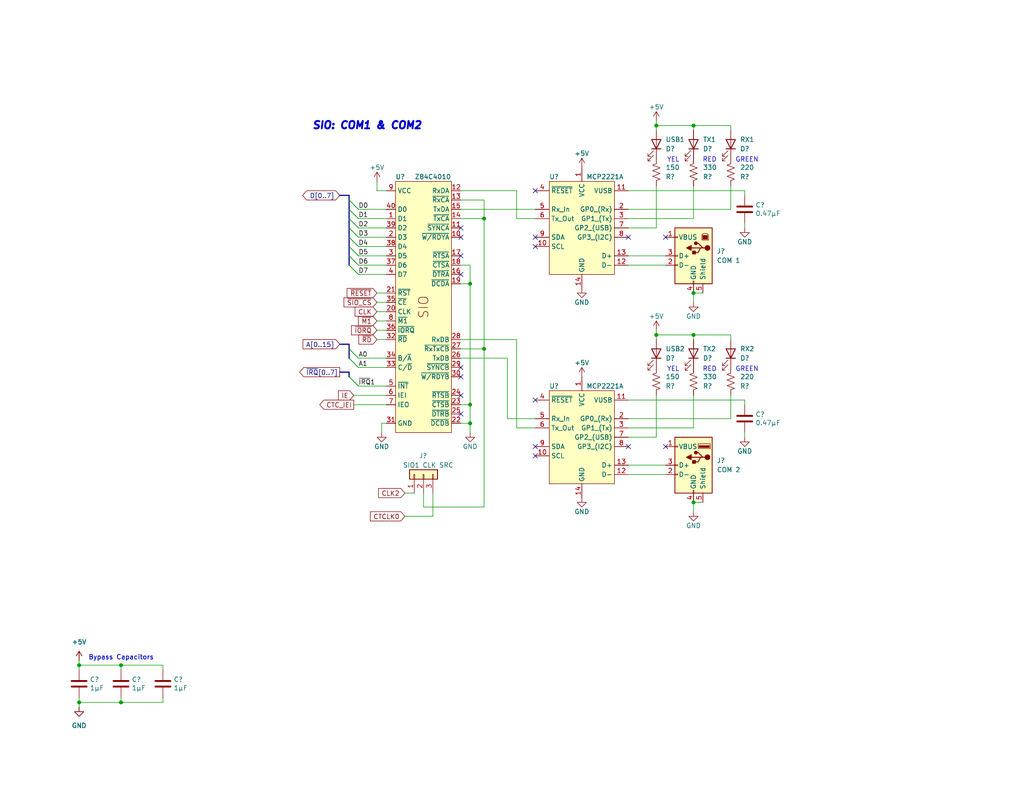
<source format=kicad_sch>
(kicad_sch (version 20230121) (generator eeschema)
  (paper "USLetter")
  (title_block (title "Main board with basic peripherals") (date "2023-08-27") (rev "2") (company "Frédéric Segard") (comment 1 "@microhobbyist") (comment 4 "Thank you to John Winans for his inspiration, as well as Grant Searle and Sergey Kiselev"))
  (lib_symbols
    (symbol "+5V_1" (power) (pin_names (offset 0))
      (property "Value" "+5V_1" (at 0 3.556 0))
      (symbol "+5V_1_0_1"
        (polyline (pts (xy -0.762 1.27) (xy 0 2.54)))
        (polyline (pts (xy 0 0) (xy 0 2.54)))
        (polyline (pts (xy 0 2.54) (xy 0.762 1.27)))
      )
      (symbol "+5V_1_1_1"
        (pin power_in line (at 0 0 90) (length 0) hide (name "+5V") (number "1"))
      )
    )
    (symbol "0_Library:MCP2221A"
      (property "Reference" "U" (at -10.16 1.27 0))
      (property "Value" "MCP2221A" (at 1.27 1.27 0))
      (symbol "MCP2221A_0_1"
        (rectangle (start -8.89 0) (end 8.89 -25.4) (stroke (width 0.1524)) (fill (type background)))
      )
      (symbol "MCP2221A_1_1"
        (pin power_in line (at 0 3.81 270) (length 3.81) (name "VCC") (number "1"))
        (pin bidirectional line (at -12.7 -17.78 0) (length 3.81) (name "SCL") (number "10"))
        (pin power_out line (at 12.7 -2.54 180) (length 3.81) (name "VUSB") (number "11"))
        (pin bidirectional line (at 12.7 -22.86 180) (length 3.81) (name "D-") (number "12"))
        (pin bidirectional line (at 12.7 -20.32 180) (length 3.81) (name "D+") (number "13"))
        (pin power_in line (at 0 -29.21 90) (length 3.81) (name "GND") (number "14"))
        (pin bidirectional line (at 12.7 -7.62 180) (length 3.81) (name "GP0_(Rx)") (number "2"))
        (pin bidirectional line (at 12.7 -10.16 180) (length 3.81) (name "GP1_(Tx)") (number "3"))
        (pin input line (at -12.7 -2.54 0) (length 3.81) (name "~{RESET}") (number "4"))
        (pin input line (at -12.7 -7.62 0) (length 3.81) (name "Rx_In") (number "5"))
        (pin output line (at -12.7 -10.16 0) (length 3.81) (name "Tx_Out") (number "6"))
        (pin bidirectional line (at 12.7 -12.7 180) (length 3.81) (name "GP2_(USB)") (number "7"))
        (pin bidirectional line (at 12.7 -15.24 180) (length 3.81) (name "GP3_(I2C)") (number "8"))
        (pin bidirectional line (at -12.7 -15.24 0) (length 3.81) (name "SDA") (number "9"))
      )
    )
    (symbol "0_Library:Z84C40xx SIO"
      (property "Reference" "U" (at -7.62 1.27 0))
      (property "Value" "Z84C40xx SIO" (at 1.27 1.27 0))
      (symbol "Z84C40xx SIO_0_0"
        (text "SIO" (at 0 -34.29 900) (effects (font (size 2.54 2.54))))
      )
      (symbol "Z84C40xx SIO_0_1"
        (rectangle (start -7.62 0) (end 7.62 -68.58) (stroke (width 0.1524)) (fill (type background)))
      )
      (symbol "Z84C40xx SIO_1_1"
        (pin bidirectional line (at -10.16 -10.16 0) (length 2.54) (name "D1") (number "1"))
        (pin output line (at 10.16 -15.24 180) (length 2.54) (name "~{W/RDYA}") (number "10"))
        (pin bidirectional line (at 10.16 -12.7 180) (length 2.54) (name "~{SYNCA}") (number "11"))
        (pin input line (at 10.16 -2.54 180) (length 2.54) (name "RxDA") (number "12"))
        (pin input line (at 10.16 -5.08 180) (length 2.54) (name "~{RxCA}") (number "13"))
        (pin input line (at 10.16 -10.16 180) (length 2.54) (name "~{TxCA}") (number "14"))
        (pin output line (at 10.16 -7.62 180) (length 2.54) (name "TxDA") (number "15"))
        (pin output line (at 10.16 -25.4 180) (length 2.54) (name "~{DTRA}") (number "16"))
        (pin output line (at 10.16 -20.32 180) (length 2.54) (name "~{RTSA}") (number "17"))
        (pin input line (at 10.16 -22.86 180) (length 2.54) (name "~{CTSA}") (number "18"))
        (pin input line (at 10.16 -27.94 180) (length 2.54) (name "~{DCDA}") (number "19"))
        (pin bidirectional line (at -10.16 -15.24 0) (length 2.54) (name "D3") (number "2"))
        (pin input line (at -10.16 -35.56 0) (length 2.54) (name "CLK") (number "20"))
        (pin input line (at -10.16 -30.48 0) (length 2.54) (name "~{RST}") (number "21"))
        (pin input line (at 10.16 -66.04 180) (length 2.54) (name "~{DCDB}") (number "22"))
        (pin input line (at 10.16 -60.96 180) (length 2.54) (name "~{CTSB}") (number "23"))
        (pin output line (at 10.16 -58.42 180) (length 2.54) (name "~{RTSB}") (number "24"))
        (pin output line (at 10.16 -63.5 180) (length 2.54) (name "~{DTRB}") (number "25"))
        (pin output line (at 10.16 -48.26 180) (length 2.54) (name "TxDB") (number "26"))
        (pin input line (at 10.16 -45.72 180) (length 2.54) (name "~{RxTxCB}") (number "27"))
        (pin input line (at 10.16 -43.18 180) (length 2.54) (name "RxDB") (number "28"))
        (pin bidirectional line (at 10.16 -50.8 180) (length 2.54) (name "~{SYNCB}") (number "29"))
        (pin bidirectional line (at -10.16 -20.32 0) (length 2.54) (name "D5") (number "3"))
        (pin output line (at 10.16 -53.34 180) (length 2.54) (name "~{W/RDYB}") (number "30"))
        (pin power_in line (at -10.16 -66.04 0) (length 2.54) (name "GND") (number "31"))
        (pin input line (at -10.16 -43.18 0) (length 2.54) (name "~{RD}") (number "32"))
        (pin input line (at -10.16 -50.8 0) (length 2.54) (name "C/~{D}") (number "33"))
        (pin input line (at -10.16 -48.26 0) (length 2.54) (name "B/~{A}") (number "34"))
        (pin input line (at -10.16 -33.02 0) (length 2.54) (name "~{CE}") (number "35"))
        (pin input line (at -10.16 -40.64 0) (length 2.54) (name "~{IORQ}") (number "36"))
        (pin bidirectional line (at -10.16 -22.86 0) (length 2.54) (name "D6") (number "37"))
        (pin bidirectional line (at -10.16 -17.78 0) (length 2.54) (name "D4") (number "38"))
        (pin bidirectional line (at -10.16 -12.7 0) (length 2.54) (name "D2") (number "39"))
        (pin bidirectional line (at -10.16 -25.4 0) (length 2.54) (name "D7") (number "4"))
        (pin bidirectional line (at -10.16 -7.62 0) (length 2.54) (name "D0") (number "40"))
        (pin open_collector line (at -10.16 -55.88 0) (length 2.54) (name "~{INT}") (number "5"))
        (pin input line (at -10.16 -58.42 0) (length 2.54) (name "IEI") (number "6"))
        (pin output line (at -10.16 -60.96 0) (length 2.54) (name "IEO") (number "7"))
        (pin input line (at -10.16 -38.1 0) (length 2.54) (name "~{M1}") (number "8"))
        (pin power_in line (at -10.16 -2.54 0) (length 2.54) (name "VCC") (number "9"))
      )
    )
    (symbol "Connector:USB_A" (pin_names (offset 1.016))
      (property "Reference" "J" (at -5.08 11.43 0))
      (property "Value" "USB_A" (at -5.08 8.89 0))
      (symbol "USB_A_0_1"
        (rectangle (start -5.08 -7.62) (end 5.08 7.62) (stroke (width 0.254)) (fill (type background)))
        (circle (center -3.81 2.159) (radius 0.635) (stroke (width 0.254)) (fill (type outline)))
        (rectangle (start -1.524 4.826) (end -4.318 5.334) (fill (type outline)))
        (rectangle (start -1.27 4.572) (end -4.572 5.842))
        (circle (center -0.635 3.429) (radius 0.381) (stroke (width 0.254)) (fill (type outline)))
        (rectangle (start -0.127 -7.62) (end 0.127 -6.858))
        (polyline (pts (xy -3.175 2.159) (xy -2.54 2.159) (xy -1.27 3.429) (xy -0.635 3.429)) (stroke (width 0.254)))
        (polyline (pts (xy -2.54 2.159) (xy -1.905 2.159) (xy -1.27 0.889) (xy 0 0.889)) (stroke (width 0.254)))
        (polyline (pts (xy 0.635 2.794) (xy 0.635 1.524) (xy 1.905 2.159) (xy 0.635 2.794)) (stroke (width 0.254)) (fill (type outline)))
        (rectangle (start 0.254 1.27) (end -0.508 0.508) (stroke (width 0.254)) (fill (type outline)))
        (rectangle (start 5.08 -2.667) (end 4.318 -2.413))
        (rectangle (start 5.08 -0.127) (end 4.318 0.127))
        (rectangle (start 5.08 4.953) (end 4.318 5.207))
      )
      (symbol "USB_A_1_1"
        (polyline (pts (xy -1.905 2.159) (xy 0.635 2.159)) (stroke (width 0.254)))
        (pin power_in line (at 7.62 5.08 180) (length 2.54) (name "VBUS") (number "1"))
        (pin bidirectional line (at 7.62 -2.54 180) (length 2.54) (name "D-") (number "2"))
        (pin bidirectional line (at 7.62 0 180) (length 2.54) (name "D+") (number "3"))
        (pin power_in line (at 0 -10.16 90) (length 2.54) (name "GND") (number "4"))
        (pin passive line (at -2.54 -10.16 90) (length 2.54) (name "Shield") (number "5"))
      )
    )
    (symbol "Connector:USB_B" (pin_names (offset 1.016))
      (property "Reference" "J" (at -5.08 11.43 0))
      (property "Value" "USB_B" (at -5.08 8.89 0))
      (symbol "USB_B_0_1"
        (rectangle (start -5.08 -7.62) (end 5.08 7.62) (stroke (width 0.254)) (fill (type background)))
        (circle (center -3.81 2.159) (radius 0.635) (stroke (width 0.254)) (fill (type outline)))
        (rectangle (start -3.81 5.588) (end -2.54 4.572) (fill (type outline)))
        (circle (center -0.635 3.429) (radius 0.381) (stroke (width 0.254)) (fill (type outline)))
        (rectangle (start -0.127 -7.62) (end 0.127 -6.858))
        (polyline (pts (xy -1.905 2.159) (xy 0.635 2.159)) (stroke (width 0.254)))
        (polyline (pts (xy -3.175 2.159) (xy -2.54 2.159) (xy -1.27 3.429) (xy -0.635 3.429)) (stroke (width 0.254)))
        (polyline (pts (xy -2.54 2.159) (xy -1.905 2.159) (xy -1.27 0.889) (xy 0 0.889)) (stroke (width 0.254)))
        (polyline (pts (xy 0.635 2.794) (xy 0.635 1.524) (xy 1.905 2.159) (xy 0.635 2.794)) (stroke (width 0.254)) (fill (type outline)))
        (polyline (pts (xy -4.064 4.318) (xy -2.286 4.318) (xy -2.286 5.715) (xy -2.667 6.096) (xy -3.683 6.096) (xy -4.064 5.715) (xy -4.064 4.318)))
        (rectangle (start 0.254 1.27) (end -0.508 0.508) (stroke (width 0.254)) (fill (type outline)))
        (rectangle (start 5.08 -2.667) (end 4.318 -2.413))
        (rectangle (start 5.08 -0.127) (end 4.318 0.127))
        (rectangle (start 5.08 4.953) (end 4.318 5.207))
      )
      (symbol "USB_B_1_1"
        (pin power_out line (at 7.62 5.08 180) (length 2.54) (name "VBUS") (number "1"))
        (pin bidirectional line (at 7.62 -2.54 180) (length 2.54) (name "D-") (number "2"))
        (pin bidirectional line (at 7.62 0 180) (length 2.54) (name "D+") (number "3"))
        (pin power_out line (at 0 -10.16 90) (length 2.54) (name "GND") (number "4"))
        (pin passive line (at -2.54 -10.16 90) (length 2.54) (name "Shield") (number "5"))
      )
    )
    (symbol "Connector_Generic:Conn_01x03" (pin_names (offset 1.016) hide)
      (property "Reference" "J" (at 0 5.08 0))
      (property "Value" "Conn_01x03" (at 0 -5.08 0))
      (symbol "Conn_01x03_1_1"
        (rectangle (start -1.27 -2.413) (end 0 -2.667) (stroke (width 0.1524)))
        (rectangle (start -1.27 0.127) (end 0 -0.127) (stroke (width 0.1524)))
        (rectangle (start -1.27 2.667) (end 0 2.413) (stroke (width 0.1524)))
        (rectangle (start -1.27 3.81) (end 1.27 -3.81) (stroke (width 0.254)) (fill (type background)))
        (pin passive line (at -5.08 2.54 0) (length 3.81) (name "Pin_1") (number "1"))
        (pin passive line (at -5.08 0 0) (length 3.81) (name "Pin_2") (number "2"))
        (pin passive line (at -5.08 -2.54 0) (length 3.81) (name "Pin_3") (number "3"))
      )
    )
    (symbol "Device:C" (pin_numbers hide) (pin_names (offset 0.254))
      (property "Reference" "C" (at 0.635 2.54 0))
      (property "Value" "C" (at 0.635 -2.54 0))
      (symbol "C_0_1"
        (polyline (pts (xy -2.032 -0.762) (xy 2.032 -0.762)) (stroke (width 0.508)))
        (polyline (pts (xy -2.032 0.762) (xy 2.032 0.762)) (stroke (width 0.508)))
      )
      (symbol "C_1_1"
        (pin passive line (at 0 3.81 270) (length 2.794) (name "~") (number "1"))
        (pin passive line (at 0 -3.81 90) (length 2.794) (name "~") (number "2"))
      )
    )
    (symbol "Device:LED" (pin_numbers hide) (pin_names (offset 1.016) hide)
      (property "Reference" "D" (at 0 2.54 0))
      (property "Value" "LED" (at 0 -2.54 0))
      (symbol "LED_0_1"
        (polyline (pts (xy -1.27 -1.27) (xy -1.27 1.27)) (stroke (width 0.254)))
        (polyline (pts (xy -1.27 0) (xy 1.27 0)))
        (polyline (pts (xy 1.27 -1.27) (xy 1.27 1.27) (xy -1.27 0) (xy 1.27 -1.27)) (stroke (width 0.254)))
        (polyline (pts (xy -3.048 -0.762) (xy -4.572 -2.286) (xy -3.81 -2.286) (xy -4.572 -2.286) (xy -4.572 -1.524)))
        (polyline (pts (xy -1.778 -0.762) (xy -3.302 -2.286) (xy -2.54 -2.286) (xy -3.302 -2.286) (xy -3.302 -1.524)))
      )
      (symbol "LED_1_1"
        (pin passive line (at -3.81 0 0) (length 2.54) (name "K") (number "1"))
        (pin passive line (at 3.81 0 180) (length 2.54) (name "A") (number "2"))
      )
    )
    (symbol "Device:R_US" (pin_numbers hide) (pin_names (offset 0))
      (property "Reference" "R" (at 2.54 0 90))
      (property "Value" "R_US" (at -2.54 0 90))
      (symbol "R_US_0_1"
        (polyline (pts (xy 0 -2.286) (xy 0 -2.54)))
        (polyline (pts (xy 0 2.286) (xy 0 2.54)))
        (polyline (pts (xy 0 -0.762) (xy 1.016 -1.143) (xy 0 -1.524) (xy -1.016 -1.905) (xy 0 -2.286)))
        (polyline (pts (xy 0 0.762) (xy 1.016 0.381) (xy 0 0) (xy -1.016 -0.381) (xy 0 -0.762)))
        (polyline (pts (xy 0 2.286) (xy 1.016 1.905) (xy 0 1.524) (xy -1.016 1.143) (xy 0 0.762)))
      )
      (symbol "R_US_1_1"
        (pin passive line (at 0 3.81 270) (length 1.27) (name "~") (number "1"))
        (pin passive line (at 0 -3.81 90) (length 1.27) (name "~") (number "2"))
      )
    )
    (symbol "GND_1" (power) (pin_names (offset 0))
      (property "Value" "GND_1" (at 0 -3.81 0))
      (symbol "GND_1_0_1"
        (polyline (pts (xy 0 0) (xy 0 -1.27) (xy 1.27 -1.27) (xy 0 -2.54) (xy -1.27 -1.27) (xy 0 -1.27)))
      )
      (symbol "GND_1_1_1"
        (pin power_in line (at 0 0 270) (length 0) hide (name "GND") (number "1"))
      )
    )
  )
  (junction (at 179.07 34.29))
  (junction (at 128.27 110.49))
  (junction (at 21.59 191.77))
  (junction (at 189.23 137.16))
  (junction (at 21.59 181.61))
  (junction (at 189.23 91.44))
  (junction (at 189.23 80.01))
  (junction (at 179.07 91.44))
  (junction (at 132.08 59.69))
  (junction (at 189.23 34.29))
  (junction (at 132.08 95.25))
  (junction (at 128.27 77.47))
  (junction (at 33.02 191.77))
  (junction (at 128.27 115.57))
  (junction (at 33.02 181.61))
  (no_connect (at 146.05 64.77))
  (no_connect (at 125.73 74.93))
  (no_connect (at 146.05 121.92))
  (no_connect (at 125.73 107.95))
  (no_connect (at 125.73 62.23))
  (no_connect (at 125.73 113.03))
  (no_connect (at 125.73 69.85))
  (no_connect (at 171.45 121.92))
  (no_connect (at 125.73 102.87))
  (no_connect (at 125.73 100.33))
  (no_connect (at 171.45 64.77))
  (no_connect (at 146.05 124.46))
  (no_connect (at 146.05 67.31))
  (no_connect (at 181.61 121.92))
  (no_connect (at 146.05 109.22))
  (no_connect (at 181.61 64.77))
  (no_connect (at 125.73 64.77))
  (no_connect (at 146.05 52.07))
  (bus_entry (at 95.25 72.39) (size 2.54 2.54))
  (bus_entry (at 95.25 72.39) (size 2.54 2.54))
  (bus_entry (at 95.25 64.77) (size 2.54 2.54))
  (bus_entry (at 95.25 64.77) (size 2.54 2.54))
  (bus_entry (at 95.25 59.69) (size 2.54 2.54))
  (bus_entry (at 95.25 59.69) (size 2.54 2.54))
  (bus_entry (at 95.25 62.23) (size 2.54 2.54))
  (bus_entry (at 95.25 62.23) (size 2.54 2.54))
  (bus_entry (at 95.25 54.61) (size 2.54 2.54))
  (bus_entry (at 95.25 54.61) (size 2.54 2.54))
  (bus_entry (at 95.25 69.85) (size 2.54 2.54))
  (bus_entry (at 95.25 69.85) (size 2.54 2.54))
  (bus_entry (at 95.25 102.87) (size 2.54 2.54))
  (bus_entry (at 95.25 102.87) (size 2.54 2.54))
  (bus_entry (at 95.25 95.25) (size 2.54 2.54))
  (bus_entry (at 95.25 95.25) (size 2.54 2.54))
  (bus_entry (at 95.25 97.79) (size 2.54 2.54))
  (bus_entry (at 95.25 97.79) (size 2.54 2.54))
  (bus_entry (at 95.25 57.15) (size 2.54 2.54))
  (bus_entry (at 95.25 57.15) (size 2.54 2.54))
  (bus_entry (at 95.25 67.31) (size 2.54 2.54))
  (bus_entry (at 95.25 67.31) (size 2.54 2.54))
  (wire (pts (xy 203.2 53.34) (xy 203.2 52.07)))
  (wire (pts (xy 199.39 92.71) (xy 199.39 91.44)))
  (wire (pts (xy 203.2 110.49) (xy 203.2 109.22)))
  (wire (pts (xy 97.79 100.33) (xy 105.41 100.33)))
  (wire (pts (xy 102.87 82.55) (xy 105.41 82.55)))
  (wire (pts (xy 115.57 138.43) (xy 132.08 138.43)))
  (wire (pts (xy 96.52 110.49) (xy 105.41 110.49)))
  (wire (pts (xy 171.45 119.38) (xy 179.07 119.38)))
  (wire (pts (xy 128.27 72.39) (xy 128.27 77.47)))
  (wire (pts (xy 132.08 54.61) (xy 132.08 59.69)))
  (wire (pts (xy 125.73 72.39) (xy 128.27 72.39)))
  (wire (pts (xy 97.79 67.31) (xy 105.41 67.31)))
  (wire (pts (xy 199.39 57.15) (xy 171.45 57.15)))
  (wire (pts (xy 21.59 181.61) (xy 21.59 182.88)))
  (wire (pts (xy 199.39 91.44) (xy 189.23 91.44)))
  (wire (pts (xy 146.05 116.84) (xy 140.97 116.84)))
  (wire (pts (xy 189.23 80.01) (xy 189.23 82.55)))
  (wire (pts (xy 44.45 182.88) (xy 44.45 181.61)))
  (wire (pts (xy 110.49 140.97) (xy 118.11 140.97)))
  (wire (pts (xy 33.02 190.5) (xy 33.02 191.77)))
  (wire (pts (xy 125.73 110.49) (xy 128.27 110.49)))
  (wire (pts (xy 132.08 138.43) (xy 132.08 95.25)))
  (wire (pts (xy 199.39 114.3) (xy 171.45 114.3)))
  (wire (pts (xy 104.14 115.57) (xy 104.14 118.11)))
  (wire (pts (xy 203.2 109.22) (xy 171.45 109.22)))
  (wire (pts (xy 199.39 35.56) (xy 199.39 34.29)))
  (wire (pts (xy 44.45 190.5) (xy 44.45 191.77)))
  (wire (pts (xy 189.23 91.44) (xy 179.07 91.44)))
  (bus (pts (xy 95.25 102.87) (xy 95.25 101.6)))
  (wire (pts (xy 97.79 105.41) (xy 105.41 105.41)))
  (wire (pts (xy 97.79 59.69) (xy 105.41 59.69)))
  (bus (pts (xy 95.25 97.79) (xy 95.25 95.25)))
  (wire (pts (xy 203.2 62.23) (xy 203.2 60.96)))
  (wire (pts (xy 128.27 115.57) (xy 128.27 118.11)))
  (bus (pts (xy 92.71 93.98) (xy 95.25 93.98)))
  (wire (pts (xy 179.07 107.95) (xy 179.07 119.38)))
  (wire (pts (xy 203.2 52.07) (xy 171.45 52.07)))
  (wire (pts (xy 189.23 34.29) (xy 179.07 34.29)))
  (bus (pts (xy 95.25 69.85) (xy 95.25 67.31)))
  (wire (pts (xy 125.73 115.57) (xy 128.27 115.57)))
  (wire (pts (xy 132.08 95.25) (xy 132.08 59.69)))
  (wire (pts (xy 97.79 74.93) (xy 105.41 74.93)))
  (wire (pts (xy 102.87 92.71) (xy 105.41 92.71)))
  (bus (pts (xy 92.71 101.6) (xy 95.25 101.6)))
  (wire (pts (xy 97.79 62.23) (xy 105.41 62.23)))
  (wire (pts (xy 179.07 91.44) (xy 179.07 90.17)))
  (bus (pts (xy 95.25 64.77) (xy 95.25 62.23)))
  (wire (pts (xy 125.73 57.15) (xy 146.05 57.15)))
  (wire (pts (xy 189.23 116.84) (xy 171.45 116.84)))
  (wire (pts (xy 97.79 64.77) (xy 105.41 64.77)))
  (wire (pts (xy 110.49 134.62) (xy 113.03 134.62)))
  (wire (pts (xy 189.23 80.01) (xy 191.77 80.01)))
  (bus (pts (xy 95.25 62.23) (xy 95.25 59.69)))
  (wire (pts (xy 44.45 181.61) (xy 33.02 181.61)))
  (wire (pts (xy 125.73 77.47) (xy 128.27 77.47)))
  (wire (pts (xy 171.45 129.54) (xy 181.61 129.54)))
  (wire (pts (xy 33.02 181.61) (xy 21.59 181.61)))
  (bus (pts (xy 95.25 54.61) (xy 95.25 53.34)))
  (wire (pts (xy 189.23 137.16) (xy 191.77 137.16)))
  (wire (pts (xy 125.73 95.25) (xy 132.08 95.25)))
  (wire (pts (xy 189.23 59.69) (xy 171.45 59.69)))
  (wire (pts (xy 171.45 69.85) (xy 181.61 69.85)))
  (wire (pts (xy 125.73 54.61) (xy 132.08 54.61)))
  (wire (pts (xy 33.02 182.88) (xy 33.02 181.61)))
  (wire (pts (xy 171.45 72.39) (xy 181.61 72.39)))
  (wire (pts (xy 171.45 127) (xy 181.61 127)))
  (bus (pts (xy 92.71 53.34) (xy 95.25 53.34)))
  (wire (pts (xy 97.79 57.15) (xy 105.41 57.15)))
  (wire (pts (xy 21.59 191.77) (xy 33.02 191.77)))
  (wire (pts (xy 199.39 34.29) (xy 189.23 34.29)))
  (wire (pts (xy 125.73 59.69) (xy 132.08 59.69)))
  (bus (pts (xy 95.25 72.39) (xy 95.25 69.85)))
  (wire (pts (xy 97.79 69.85) (xy 105.41 69.85)))
  (wire (pts (xy 179.07 50.8) (xy 179.07 62.23)))
  (wire (pts (xy 102.87 87.63) (xy 105.41 87.63)))
  (wire (pts (xy 21.59 190.5) (xy 21.59 191.77)))
  (bus (pts (xy 95.25 59.69) (xy 95.25 57.15)))
  (wire (pts (xy 102.87 90.17) (xy 105.41 90.17)))
  (wire (pts (xy 189.23 107.95) (xy 189.23 116.84)))
  (wire (pts (xy 189.23 50.8) (xy 189.23 59.69)))
  (wire (pts (xy 125.73 52.07) (xy 140.97 52.07)))
  (wire (pts (xy 102.87 85.09) (xy 105.41 85.09)))
  (wire (pts (xy 115.57 138.43) (xy 115.57 134.62)))
  (wire (pts (xy 171.45 62.23) (xy 179.07 62.23)))
  (wire (pts (xy 118.11 140.97) (xy 118.11 134.62)))
  (wire (pts (xy 138.43 97.79) (xy 125.73 97.79)))
  (wire (pts (xy 105.41 115.57) (xy 104.14 115.57)))
  (wire (pts (xy 102.87 49.53) (xy 102.87 52.07)))
  (wire (pts (xy 21.59 180.34) (xy 21.59 181.61)))
  (wire (pts (xy 96.52 107.95) (xy 105.41 107.95)))
  (bus (pts (xy 95.25 95.25) (xy 95.25 93.98)))
  (bus (pts (xy 95.25 67.31) (xy 95.25 64.77)))
  (wire (pts (xy 199.39 50.8) (xy 199.39 57.15)))
  (bus (pts (xy 95.25 57.15) (xy 95.25 54.61)))
  (wire (pts (xy 140.97 52.07) (xy 140.97 59.69)))
  (wire (pts (xy 138.43 114.3) (xy 146.05 114.3)))
  (wire (pts (xy 97.79 72.39) (xy 105.41 72.39)))
  (wire (pts (xy 125.73 92.71) (xy 140.97 92.71)))
  (wire (pts (xy 199.39 107.95) (xy 199.39 114.3)))
  (wire (pts (xy 128.27 110.49) (xy 128.27 115.57)))
  (wire (pts (xy 179.07 92.71) (xy 179.07 91.44)))
  (wire (pts (xy 189.23 92.71) (xy 189.23 91.44)))
  (wire (pts (xy 105.41 52.07) (xy 102.87 52.07)))
  (wire (pts (xy 33.02 191.77) (xy 44.45 191.77)))
  (wire (pts (xy 179.07 34.29) (xy 179.07 33.02)))
  (wire (pts (xy 189.23 137.16) (xy 189.23 139.7)))
  (wire (pts (xy 140.97 92.71) (xy 140.97 116.84)))
  (wire (pts (xy 128.27 77.47) (xy 128.27 110.49)))
  (wire (pts (xy 179.07 35.56) (xy 179.07 34.29)))
  (wire (pts (xy 97.79 97.79) (xy 105.41 97.79)))
  (wire (pts (xy 189.23 35.56) (xy 189.23 34.29)))
  (wire (pts (xy 102.87 80.01) (xy 105.41 80.01)))
  (wire (pts (xy 21.59 191.77) (xy 21.59 193.04)))
  (wire (pts (xy 146.05 59.69) (xy 140.97 59.69)))
  (wire (pts (xy 138.43 114.3) (xy 138.43 97.79)))
  (wire (pts (xy 203.2 119.38) (xy 203.2 118.11)))
  (text "RED" (at 195.58 44.45 0) (effects (font (size 1.27 1.27)) (justify right bottom)))
  (text "RED" (at 195.58 101.6 0) (effects (font (size 1.27 1.27)) (justify right bottom)))
  (text "GREEN" (at 207.01 101.6 0) (effects (font (size 1.27 1.27)) (justify right bottom)))
  (text "YEL" (at 185.42 44.45 0) (effects (font (size 1.27 1.27)) (justify right bottom)))
  (text "SIO: COM1 & COM2" (at 85.09 35.56 0) (effects (font (size 2 2) (thickness 0.508) bold italic) (justify left bottom)))
  (text "GREEN" (at 207.01 44.45 0) (effects (font (size 1.27 1.27)) (justify right bottom)))
  (text "YEL" (at 185.42 101.6 0) (effects (font (size 1.27 1.27)) (justify right bottom)))
  (text "Bypass Capacitors" (at 24.13 180.34 0) (effects (font (size 1.27 1.27)) (justify left bottom)))
  (text "Bypass Capacitors" (at 24.13 180.34 0) (effects (font (size 1.27 1.27)) (justify left bottom)))
  (label "~{IRQ}1" (at 97.79 105.41 0))
  (label "D5" (at 97.79 69.85 0))
  (label "A1" (at 97.79 100.33 0))
  (label "D1" (at 97.79 59.69 0))
  (label "A0" (at 97.79 97.79 0))
  (label "D6" (at 97.79 72.39 0))
  (label "D0" (at 97.79 57.15 0))
  (label "D3" (at 97.79 64.77 0))
  (label "D4" (at 97.79 67.31 0))
  (label "D7" (at 97.79 74.93 0))
  (label "D2" (at 97.79 62.23 0))
  (global_label "D[0..7]" (shape bidirectional) (at 92.71 53.34 180) (property "Intersheetrefs" "${INTERSHEET_REFS}" (effects hide)))
  (global_label "~{M1}" (shape input) (at 102.87 87.63 180) (property "Intersheetrefs" "${INTERSHEET_REFS}" (effects hide)))
  (global_label "CTCLK0" (shape input) (at 110.49 140.97 180) (property "Intersheetrefs" "${INTERSHEET_REFS}" (effects hide)))
  (global_label "CLK" (shape input) (at 102.87 85.09 180) (property "Intersheetrefs" "${INTERSHEET_REFS}" (effects hide)))
  (global_label "CTC_IEI" (shape output) (at 96.52 110.49 180) (property "Intersheetrefs" "${INTERSHEET_REFS}" (effects hide)))
  (global_label "CLK2" (shape input) (at 110.49 134.62 180) (property "Intersheetrefs" "${INTERSHEET_REFS}" (effects hide)))
  (global_label "~{SIO_CS}" (shape input) (at 102.87 82.55 180) (property "Intersheetrefs" "${INTERSHEET_REFS}" (effects hide)))
  (global_label "~{IORQ}" (shape input) (at 102.87 90.17 180) (property "Intersheetrefs" "${INTERSHEET_REFS}" (effects hide)))
  (global_label "~{IRQ}[0..7]" (shape output) (at 92.71 101.6 180) (property "Intersheetrefs" "${INTERSHEET_REFS}" (effects hide)))
  (global_label "~{RD}" (shape input) (at 102.87 92.71 180) (property "Intersheetrefs" "${INTERSHEET_REFS}" (effects hide)))
  (global_label "IE" (shape input) (at 96.52 107.95 180) (property "Intersheetrefs" "${INTERSHEET_REFS}" (effects hide)))
  (global_label "~{RESET}" (shape input) (at 102.87 80.01 180) (property "Intersheetrefs" "${INTERSHEET_REFS}" (effects hide)))
  (global_label "A[0..15]" (shape input) (at 92.71 93.98 180) (property "Intersheetrefs" "${INTERSHEET_REFS}" (effects hide)))
  (symbol (lib_id "Device:C") (at 21.59 186.69 0) (unit 1)
    (property "Reference" "C?" (at 24.511 185.5216 0) (effects (justify left)))
    (property "Value" "1µF" (at 24.511 187.833 0) (effects (justify left)))
    (property "Footprint" "Capacitor_THT:C_Disc_D3.4mm_W2.1mm_P2.50mm" (effects hide))
    (instances (project "1 - Main CPU board with basic peripherals (rev5)" (path "" (reference "C?") (unit 1))) (project "2 - CPU and memory card with the essential peripherals" (path "" (reference "C?") (unit 1))) (project "3 - Quad Serial card v3" (path "" (reference "C?") (unit 1)) (path "" (reference "C?") (unit 1))) (project "2 - CPU and core components (Rev 2)" (path "" (reference "C15") (unit 1))))
  )
  (symbol (lib_id "Device:R_US") (at 199.39 46.99 0) (mirror x) (unit 1)
    (property "Reference" "R?" (at 201.93 48.26 0) (effects (justify left)))
    (property "Value" "220" (at 201.93 45.72 0) (effects (justify left)))
    (property "Footprint" "Resistor_THT:R_Axial_DIN0207_L6.3mm_D2.5mm_P10.16mm_Horizontal" (effects hide))
    (instances (project "1 - Main CPU board with basic peripherals (rev5)" (path "" (reference "R?") (unit 1))) (project "1 - Main CPU card with CTC, SIO and PIO" (path "" (reference "R?") (unit 1)) (path "" (reference "R?") (unit 1))) (project "0 - Card edge backplane v2" (path "" (reference "R?") (unit 1))) (project "2 - CPU and core components (Rev 2)" (path "" (reference "R5") (unit 1))))
  )
  (symbol (lib_name "GND_1") (lib_id "power:GND") (at 203.2 62.23 0) (unit 1)
    (property "Reference" "#PWR?" (effects hide))
    (property "Value" "GND" (at 203.2 66.04 0))
    (instances (project "1 - Main CPU board with basic peripherals (rev5)" (path "" (reference "#PWR?") (unit 1))) (project "2 - CPU and memory card with the essential peripherals" (path "" (reference "#PWR?") (unit 1))) (project "3 - Quad Serial card v3" (path "" (reference "#PWR?") (unit 1)) (path "" (reference "#PWR?") (unit 1)) (path "" (reference "#PWR?") (unit 1))) (project "2 - CPU and core components (Rev 2)" (path "" (reference "#PWR075") (unit 1))))
  )
  (symbol (lib_name "+5V_1") (lib_id "power:+5V") (at 21.59 180.34 0) (unit 1)
    (property "Reference" "#PWR?" (effects hide))
    (property "Value" "+5V" (at 21.59 175.26 0))
    (instances (project "1 - Main CPU board with basic peripherals (rev5)" (path "" (reference "#PWR?") (unit 1))) (project "2 - CPU and memory card with the essential peripherals" (path "" (reference "#PWR?") (unit 1))) (project "3 - Quad Serial card v3" (path "" (reference "#PWR?") (unit 1)) (path "" (reference "#PWR?") (unit 1))) (project "2 - CPU and core components (Rev 2)" (path "" (reference "#PWR060") (unit 1))))
  )
  (symbol (lib_id "0_Library:MCP2221A") (at 158.75 49.53 0) (unit 1)
    (property "Reference" "U?" (at 149.86 48.26 0) (effects (justify left)))
    (property "Value" "MCP2221A" (at 160.02 48.26 0) (effects (justify left)))
    (property "Footprint" "Package_DIP:DIP-14_W7.62mm_Socket" (effects hide))
    (property "Datasheet" "https://ww1.microchip.com/downloads/aemDocuments/documents/APID/ProductDocuments/DataSheets/MCP2221A-Data-Sheet-20005565E.pdf" (effects hide))
    (instances (project "1 - Main CPU board with basic peripherals (rev5)" (path "" (reference "U?") (unit 1))) (project "2 - CPU and core components (Rev 2)" (path "" (reference "U15") (unit 1))))
  )
  (symbol (lib_id "Device:LED") (at 179.07 96.52 270) (mirror x) (unit 1)
    (property "Reference" "D?" (at 181.61 97.79 90) (effects (justify left)))
    (property "Value" "USB2" (at 181.61 95.25 90) (effects (justify left)))
    (property "Footprint" "LED_THT:LED_D3.0mm_Horizontal_O1.27mm_Z2.0mm_Clear" (effects hide))
    (instances (project "1 - Main CPU board with basic peripherals (rev5)" (path "" (reference "D?") (unit 1))) (project "1 - Main CPU card with CTC, SIO and PIO" (path "" (reference "D?") (unit 1)) (path "" (reference "D?") (unit 1))) (project "0 - Card edge backplane v2" (path "" (reference "D?") (unit 1))) (project "2 - CPU and core components (Rev 2)" (path "" (reference "D4") (unit 1))))
  )
  (symbol (lib_id "Device:LED") (at 199.39 39.37 270) (mirror x) (unit 1)
    (property "Reference" "D?" (at 201.93 40.64 90) (effects (justify left)))
    (property "Value" "RX1" (at 201.93 38.1 90) (effects (justify left)))
    (property "Footprint" "LED_THT:LED_D3.0mm_Horizontal_O1.27mm_Z2.0mm_Clear" (effects hide))
    (instances (project "1 - Main CPU board with basic peripherals (rev5)" (path "" (reference "D?") (unit 1))) (project "1 - Main CPU card with CTC, SIO and PIO" (path "" (reference "D?") (unit 1)) (path "" (reference "D?") (unit 1))) (project "0 - Card edge backplane v2" (path "" (reference "D?") (unit 1))) (project "2 - CPU and core components (Rev 2)" (path "" (reference "D7") (unit 1))))
  )
  (symbol (lib_name "GND_1") (lib_id "power:GND") (at 189.23 82.55 0) (mirror y) (unit 1)
    (property "Reference" "#PWR?" (effects hide))
    (property "Value" "GND" (at 189.23 86.36 0))
    (instances (project "1 - Main CPU board with basic peripherals (rev5)" (path "" (reference "#PWR?") (unit 1))) (project "2 - CPU and memory card with the essential peripherals" (path "" (reference "#PWR?") (unit 1))) (project "3 - Quad Serial card v3" (path "" (reference "#PWR?") (unit 1)) (path "" (reference "#PWR?") (unit 1)) (path "" (reference "#PWR?") (unit 1))) (project "2 - CPU and core components (Rev 2)" (path "" (reference "#PWR073") (unit 1))))
  )
  (symbol (lib_id "0_Library:MCP2221A") (at 158.75 106.68 0) (unit 1)
    (property "Reference" "U?" (at 149.86 105.41 0) (effects (justify left)))
    (property "Value" "MCP2221A" (at 160.02 105.41 0) (effects (justify left)))
    (property "Footprint" "Package_DIP:DIP-14_W7.62mm_Socket" (effects hide))
    (property "Datasheet" "https://ww1.microchip.com/downloads/aemDocuments/documents/APID/ProductDocuments/DataSheets/MCP2221A-Data-Sheet-20005565E.pdf" (effects hide))
    (instances (project "1 - Main CPU board with basic peripherals (rev5)" (path "" (reference "U?") (unit 1))) (project "2 - CPU and core components (Rev 2)" (path "" (reference "U16") (unit 1))))
  )
  (symbol (lib_name "GND_1") (lib_id "power:GND") (at 158.75 78.74 0) (unit 1)
    (property "Reference" "#PWR?" (effects hide))
    (property "Value" "GND" (at 158.75 82.55 0))
    (instances (project "1 - Main CPU board with basic peripherals (rev5)" (path "" (reference "#PWR?") (unit 1))) (project "2 - CPU and memory card with the essential peripherals" (path "" (reference "#PWR?") (unit 1))) (project "3 - Quad Serial card v3" (path "" (reference "#PWR?") (unit 1)) (path "" (reference "#PWR?") (unit 1)) (path "" (reference "#PWR?") (unit 1))) (project "2 - CPU and core components (Rev 2)" (path "" (reference "#PWR068") (unit 1))))
  )
  (symbol (lib_id "Connector_Generic:Conn_01x03") (at 115.57 129.54 90) (unit 1)
    (property "Reference" "J?" (at 114.3 124.46 90) (effects (justify right)))
    (property "Value" "SIO1 CLK SRC" (at 116.84 127 90))
    (property "Footprint" "Connector_PinHeader_2.54mm:PinHeader_1x03_P2.54mm_Vertical" (effects hide))
    (instances (project "1 - Main CPU board with basic peripherals (rev5)" (path "" (reference "J?") (unit 1))) (project "2 - CPU and core components (Rev 2)" (path "" (reference "J3") (unit 1))))
  )
  (symbol (lib_id "Device:LED") (at 179.07 39.37 270) (mirror x) (unit 1)
    (property "Reference" "D?" (at 181.61 40.64 90) (effects (justify left)))
    (property "Value" "USB1" (at 181.61 38.1 90) (effects (justify left)))
    (property "Footprint" "LED_THT:LED_D3.0mm_Horizontal_O1.27mm_Z2.0mm_Clear" (effects hide))
    (instances (project "1 - Main CPU board with basic peripherals (rev5)" (path "" (reference "D?") (unit 1))) (project "1 - Main CPU card with CTC, SIO and PIO" (path "" (reference "D?") (unit 1)) (path "" (reference "D?") (unit 1))) (project "0 - Card edge backplane v2" (path "" (reference "D?") (unit 1))) (project "2 - CPU and core components (Rev 2)" (path "" (reference "D3") (unit 1))))
  )
  (symbol (lib_id "Connector:USB_B") (at 189.23 69.85 0) (mirror y) (unit 1)
    (property "Reference" "J?" (at 195.58 68.58 0) (effects (justify right)))
    (property "Value" "COM 1" (at 195.58 71.12 0) (effects (justify right)))
    (property "Footprint" "Connector_USB:USB_B_Lumberg_2411_02_Horizontal" (effects hide))
    (property "Datasheet" " ~" (effects hide))
    (instances (project "1 - Main CPU board with basic peripherals (rev5)" (path "" (reference "J?") (unit 1))) (project "2 - CPU and core components (Rev 2)" (path "" (reference "J4") (unit 1))))
  )
  (symbol (lib_id "Device:C") (at 33.02 186.69 0) (unit 1)
    (property "Reference" "C?" (at 35.941 185.5216 0) (effects (justify left)))
    (property "Value" "1µF" (at 35.941 187.833 0) (effects (justify left)))
    (property "Footprint" "Capacitor_THT:C_Disc_D3.4mm_W2.1mm_P2.50mm" (effects hide))
    (instances (project "1 - Main CPU board with basic peripherals (rev5)" (path "" (reference "C?") (unit 1))) (project "2 - CPU and memory card with the essential peripherals" (path "" (reference "C?") (unit 1))) (project "3 - Quad Serial card v3" (path "" (reference "C?") (unit 1)) (path "" (reference "C?") (unit 1))) (project "2 - CPU and core components (Rev 2)" (path "" (reference "C16") (unit 1))))
  )
  (symbol (lib_id "Device:LED") (at 189.23 96.52 270) (mirror x) (unit 1)
    (property "Reference" "D?" (at 191.77 97.79 90) (effects (justify left)))
    (property "Value" "TX2" (at 191.77 95.25 90) (effects (justify left)))
    (property "Footprint" "LED_THT:LED_D3.0mm_Horizontal_O1.27mm_Z2.0mm_Clear" (effects hide))
    (instances (project "1 - Main CPU board with basic peripherals (rev5)" (path "" (reference "D?") (unit 1))) (project "1 - Main CPU card with CTC, SIO and PIO" (path "" (reference "D?") (unit 1)) (path "" (reference "D?") (unit 1))) (project "0 - Card edge backplane v2" (path "" (reference "D?") (unit 1))) (project "2 - CPU and core components (Rev 2)" (path "" (reference "D6") (unit 1))))
  )
  (symbol (lib_name "+5V_1") (lib_id "power:+5V") (at 21.59 180.34 0) (unit 1)
    (property "Reference" "#PWR?" (effects hide))
    (property "Value" "+5V" (at 21.59 175.26 0))
    (instances (project "1 - Main CPU board with basic peripherals (rev5)" (path "" (reference "#PWR?") (unit 1))) (project "2 - CPU and memory card with the essential peripherals" (path "" (reference "#PWR?") (unit 1))) (project "3 - Quad Serial card v3" (path "" (reference "#PWR?") (unit 1)) (path "" (reference "#PWR?") (unit 1))) (project "2 - CPU and core components (Rev 2)" (path "" (reference "#PWR061") (unit 1))))
  )
  (symbol (lib_id "Device:C") (at 203.2 114.3 0) (unit 1)
    (property "Reference" "C?" (at 206.121 113.1316 0) (effects (justify left)))
    (property "Value" "0.47µF" (at 206.121 115.443 0) (effects (justify left)))
    (property "Footprint" "Capacitor_THT:C_Disc_D3.4mm_W2.1mm_P2.50mm" (effects hide))
    (instances (project "1 - Main CPU board with basic peripherals (rev5)" (path "" (reference "C?") (unit 1))) (project "2 - CPU and memory card with the essential peripherals" (path "" (reference "C?") (unit 1))) (project "3 - Quad Serial card v3" (path "" (reference "C?") (unit 1)) (path "" (reference "C?") (unit 1))) (project "2 - CPU and core components (Rev 2)" (path "" (reference "C19") (unit 1))))
  )
  (symbol (lib_id "Connector:USB_A") (at 189.23 127 0) (mirror y) (unit 1)
    (property "Reference" "J?" (at 195.58 125.73 0) (effects (justify right)))
    (property "Value" "COM 2" (at 195.58 128.27 0) (effects (justify right)))
    (property "Footprint" "Connector_USB:USB_A_Stewart_SS-52100-001_Horizontal" (effects hide))
    (property "Datasheet" " ~" (effects hide))
    (instances (project "1 - Main CPU board with basic peripherals (rev5)" (path "" (reference "J?") (unit 1))) (project "2 - CPU and core components (Rev 2)" (path "" (reference "J5") (unit 1))))
  )
  (symbol (lib_id "Device:C") (at 44.45 186.69 0) (unit 1)
    (property "Reference" "C?" (at 47.371 185.5216 0) (effects (justify left)))
    (property "Value" "1µF" (at 47.371 187.833 0) (effects (justify left)))
    (property "Footprint" "Capacitor_THT:C_Disc_D3.4mm_W2.1mm_P2.50mm" (effects hide))
    (instances (project "1 - Main CPU board with basic peripherals (rev5)" (path "" (reference "C?") (unit 1))) (project "2 - CPU and memory card with the essential peripherals" (path "" (reference "C?") (unit 1))) (project "3 - Quad Serial card v3" (path "" (reference "C?") (unit 1)) (path "" (reference "C?") (unit 1))) (project "2 - CPU and core components (Rev 2)" (path "" (reference "C17") (unit 1))))
  )
  (symbol (lib_name "+5V_1") (lib_id "power:+5V") (at 158.75 102.87 0) (unit 1)
    (property "Reference" "#PWR?" (effects hide))
    (property "Value" "+5V" (at 158.75 99.06 0))
    (instances (project "1 - Main CPU board with basic peripherals (rev5)" (path "" (reference "#PWR?") (unit 1))) (project "2 - CPU and memory card with the essential peripherals" (path "" (reference "#PWR?") (unit 1))) (project "3 - Quad Serial card v3" (path "" (reference "#PWR?") (unit 1)) (path "" (reference "#PWR?") (unit 1))) (project "2 - CPU and core components (Rev 2)" (path "" (reference "#PWR069") (unit 1))))
  )
  (symbol (lib_id "Device:R_US") (at 179.07 104.14 0) (mirror x) (unit 1)
    (property "Reference" "R?" (at 181.61 105.41 0) (effects (justify left)))
    (property "Value" "150" (at 181.61 102.87 0) (effects (justify left)))
    (property "Footprint" "Resistor_THT:R_Axial_DIN0207_L6.3mm_D2.5mm_P10.16mm_Horizontal" (effects hide))
    (instances (project "1 - Main CPU board with basic peripherals (rev5)" (path "" (reference "R?") (unit 1))) (project "1 - Main CPU card with CTC, SIO and PIO" (path "" (reference "R?") (unit 1)) (path "" (reference "R?") (unit 1))) (project "0 - Card edge backplane v2" (path "" (reference "R?") (unit 1))) (project "2 - CPU and core components (Rev 2)" (path "" (reference "R2") (unit 1))))
  )
  (symbol (lib_name "GND_1") (lib_id "power:GND") (at 203.2 119.38 0) (unit 1)
    (property "Reference" "#PWR?" (effects hide))
    (property "Value" "GND" (at 203.2 123.19 0))
    (instances (project "1 - Main CPU board with basic peripherals (rev5)" (path "" (reference "#PWR?") (unit 1))) (project "2 - CPU and memory card with the essential peripherals" (path "" (reference "#PWR?") (unit 1))) (project "3 - Quad Serial card v3" (path "" (reference "#PWR?") (unit 1)) (path "" (reference "#PWR?") (unit 1)) (path "" (reference "#PWR?") (unit 1))) (project "2 - CPU and core components (Rev 2)" (path "" (reference "#PWR076") (unit 1))))
  )
  (symbol (lib_id "Device:LED") (at 189.23 39.37 270) (mirror x) (unit 1)
    (property "Reference" "D?" (at 191.77 40.64 90) (effects (justify left)))
    (property "Value" "TX1" (at 191.77 38.1 90) (effects (justify left)))
    (property "Footprint" "LED_THT:LED_D3.0mm_Horizontal_O1.27mm_Z2.0mm_Clear" (effects hide))
    (instances (project "1 - Main CPU board with basic peripherals (rev5)" (path "" (reference "D?") (unit 1))) (project "1 - Main CPU card with CTC, SIO and PIO" (path "" (reference "D?") (unit 1)) (path "" (reference "D?") (unit 1))) (project "0 - Card edge backplane v2" (path "" (reference "D?") (unit 1))) (project "2 - CPU and core components (Rev 2)" (path "" (reference "D5") (unit 1))))
  )
  (symbol (lib_id "Device:R_US") (at 189.23 104.14 0) (mirror x) (unit 1)
    (property "Reference" "R?" (at 191.77 105.41 0) (effects (justify left)))
    (property "Value" "330" (at 191.77 102.87 0) (effects (justify left)))
    (property "Footprint" "Resistor_THT:R_Axial_DIN0207_L6.3mm_D2.5mm_P10.16mm_Horizontal" (effects hide))
    (instances (project "1 - Main CPU board with basic peripherals (rev5)" (path "" (reference "R?") (unit 1))) (project "1 - Main CPU card with CTC, SIO and PIO" (path "" (reference "R?") (unit 1)) (path "" (reference "R?") (unit 1))) (project "0 - Card edge backplane v2" (path "" (reference "R?") (unit 1))) (project "2 - CPU and core components (Rev 2)" (path "" (reference "R4") (unit 1))))
  )
  (symbol (lib_name "+5V_1") (lib_id "power:+5V") (at 179.07 33.02 0) (unit 1)
    (property "Reference" "#PWR?" (effects hide))
    (property "Value" "+5V" (at 179.07 29.21 0))
    (instances (project "1 - Main CPU board with basic peripherals (rev5)" (path "" (reference "#PWR?") (unit 1))) (project "2 - CPU and memory card with the essential peripherals" (path "" (reference "#PWR?") (unit 1))) (project "3 - Quad Serial card v3" (path "" (reference "#PWR?") (unit 1)) (path "" (reference "#PWR?") (unit 1))) (project "2 - CPU and core components (Rev 2)" (path "" (reference "#PWR071") (unit 1))))
  )
  (symbol (lib_name "+5V_1") (lib_id "power:+5V") (at 179.07 90.17 0) (unit 1)
    (property "Reference" "#PWR?" (effects hide))
    (property "Value" "+5V" (at 179.07 86.36 0))
    (instances (project "1 - Main CPU board with basic peripherals (rev5)" (path "" (reference "#PWR?") (unit 1))) (project "2 - CPU and memory card with the essential peripherals" (path "" (reference "#PWR?") (unit 1))) (project "3 - Quad Serial card v3" (path "" (reference "#PWR?") (unit 1)) (path "" (reference "#PWR?") (unit 1))) (project "2 - CPU and core components (Rev 2)" (path "" (reference "#PWR072") (unit 1))))
  )
  (symbol (lib_id "Device:R_US") (at 189.23 46.99 0) (mirror x) (unit 1)
    (property "Reference" "R?" (at 191.77 48.26 0) (effects (justify left)))
    (property "Value" "330" (at 191.77 45.72 0) (effects (justify left)))
    (property "Footprint" "Resistor_THT:R_Axial_DIN0207_L6.3mm_D2.5mm_P10.16mm_Horizontal" (effects hide))
    (instances (project "1 - Main CPU board with basic peripherals (rev5)" (path "" (reference "R?") (unit 1))) (project "1 - Main CPU card with CTC, SIO and PIO" (path "" (reference "R?") (unit 1)) (path "" (reference "R?") (unit 1))) (project "0 - Card edge backplane v2" (path "" (reference "R?") (unit 1))) (project "2 - CPU and core components (Rev 2)" (path "" (reference "R3") (unit 1))))
  )
  (symbol (lib_name "+5V_1") (lib_id "power:+5V") (at 102.87 49.53 0) (unit 1)
    (property "Reference" "#PWR?" (effects hide))
    (property "Value" "+5V" (at 102.87 45.72 0))
    (instances (project "1 - Main CPU board with basic peripherals (rev5)" (path "" (reference "#PWR?") (unit 1))) (project "2 - CPU and memory card with the essential peripherals" (path "" (reference "#PWR?") (unit 1))) (project "3 - Quad Serial card v3" (path "" (reference "#PWR?") (unit 1)) (path "" (reference "#PWR?") (unit 1))) (project "2 - CPU and core components (Rev 2)" (path "" (reference "#PWR064") (unit 1))))
  )
  (symbol (lib_name "GND_1") (lib_id "power:GND") (at 21.59 193.04 0) (unit 1)
    (property "Reference" "#PWR?" (effects hide))
    (property "Value" "GND" (at 21.59 198.12 0))
    (instances (project "1 - Main CPU board with basic peripherals (rev5)" (path "" (reference "#PWR?") (unit 1))) (project "2 - CPU and memory card with the essential peripherals" (path "" (reference "#PWR?") (unit 1))) (project "3 - Quad Serial card v3" (path "" (reference "#PWR?") (unit 1)) (path "" (reference "#PWR?") (unit 1))) (project "2 - CPU and core components (Rev 2)" (path "" (reference "#PWR062") (unit 1))))
  )
  (symbol (lib_name "GND_1") (lib_id "power:GND") (at 158.75 135.89 0) (mirror y) (unit 1)
    (property "Reference" "#PWR?" (effects hide))
    (property "Value" "GND" (at 158.75 139.7 0))
    (instances (project "1 - Main CPU board with basic peripherals (rev5)" (path "" (reference "#PWR?") (unit 1))) (project "2 - CPU and memory card with the essential peripherals" (path "" (reference "#PWR?") (unit 1))) (project "3 - Quad Serial card v3" (path "" (reference "#PWR?") (unit 1)) (path "" (reference "#PWR?") (unit 1)) (path "" (reference "#PWR?") (unit 1))) (project "2 - CPU and core components (Rev 2)" (path "" (reference "#PWR070") (unit 1))))
  )
  (symbol (lib_id "Device:LED") (at 199.39 96.52 270) (mirror x) (unit 1)
    (property "Reference" "D?" (at 201.93 97.79 90) (effects (justify left)))
    (property "Value" "RX2" (at 201.93 95.25 90) (effects (justify left)))
    (property "Footprint" "LED_THT:LED_D3.0mm_Horizontal_O1.27mm_Z2.0mm_Clear" (effects hide))
    (instances (project "1 - Main CPU board with basic peripherals (rev5)" (path "" (reference "D?") (unit 1))) (project "1 - Main CPU card with CTC, SIO and PIO" (path "" (reference "D?") (unit 1)) (path "" (reference "D?") (unit 1))) (project "0 - Card edge backplane v2" (path "" (reference "D?") (unit 1))) (project "2 - CPU and core components (Rev 2)" (path "" (reference "D8") (unit 1))))
  )
  (symbol (lib_name "GND_1") (lib_id "power:GND") (at 189.23 139.7 0) (mirror y) (unit 1)
    (property "Reference" "#PWR?" (effects hide))
    (property "Value" "GND" (at 189.23 143.51 0))
    (instances (project "1 - Main CPU board with basic peripherals (rev5)" (path "" (reference "#PWR?") (unit 1))) (project "2 - CPU and memory card with the essential peripherals" (path "" (reference "#PWR?") (unit 1))) (project "3 - Quad Serial card v3" (path "" (reference "#PWR?") (unit 1)) (path "" (reference "#PWR?") (unit 1)) (path "" (reference "#PWR?") (unit 1))) (project "2 - CPU and core components (Rev 2)" (path "" (reference "#PWR074") (unit 1))))
  )
  (symbol (lib_name "GND_1") (lib_id "power:GND") (at 104.14 118.11 0) (unit 1)
    (property "Reference" "#PWR?" (effects hide))
    (property "Value" "GND" (at 104.14 121.92 0))
    (instances (project "1 - Main CPU board with basic peripherals (rev5)" (path "" (reference "#PWR?") (unit 1))) (project "2 - CPU and memory card with the essential peripherals" (path "" (reference "#PWR?") (unit 1))) (project "3 - Quad Serial card v3" (path "" (reference "#PWR?") (unit 1)) (path "" (reference "#PWR?") (unit 1))) (project "2 - CPU and core components (Rev 2)" (path "" (reference "#PWR065") (unit 1))))
  )
  (symbol (lib_id "Device:R_US") (at 199.39 104.14 0) (mirror x) (unit 1)
    (property "Reference" "R?" (at 201.93 105.41 0) (effects (justify left)))
    (property "Value" "220" (at 201.93 102.87 0) (effects (justify left)))
    (property "Footprint" "Resistor_THT:R_Axial_DIN0207_L6.3mm_D2.5mm_P10.16mm_Horizontal" (effects hide))
    (instances (project "1 - Main CPU board with basic peripherals (rev5)" (path "" (reference "R?") (unit 1))) (project "1 - Main CPU card with CTC, SIO and PIO" (path "" (reference "R?") (unit 1)) (path "" (reference "R?") (unit 1))) (project "0 - Card edge backplane v2" (path "" (reference "R?") (unit 1))) (project "2 - CPU and core components (Rev 2)" (path "" (reference "R6") (unit 1))))
  )
  (symbol (lib_id "Device:R_US") (at 179.07 46.99 0) (mirror x) (unit 1)
    (property "Reference" "R?" (at 181.61 48.26 0) (effects (justify left)))
    (property "Value" "150" (at 181.61 45.72 0) (effects (justify left)))
    (property "Footprint" "Resistor_THT:R_Axial_DIN0207_L6.3mm_D2.5mm_P10.16mm_Horizontal" (effects hide))
    (instances (project "1 - Main CPU board with basic peripherals (rev5)" (path "" (reference "R?") (unit 1))) (project "1 - Main CPU card with CTC, SIO and PIO" (path "" (reference "R?") (unit 1)) (path "" (reference "R?") (unit 1))) (project "0 - Card edge backplane v2" (path "" (reference "R?") (unit 1))) (project "2 - CPU and core components (Rev 2)" (path "" (reference "R1") (unit 1))))
  )
  (symbol (lib_name "GND_1") (lib_id "power:GND") (at 128.27 118.11 0) (unit 1)
    (property "Reference" "#PWR?" (effects hide))
    (property "Value" "GND" (at 128.27 121.92 0))
    (instances (project "1 - Main CPU board with basic peripherals (rev5)" (path "" (reference "#PWR?") (unit 1))) (project "2 - CPU and memory card with the essential peripherals" (path "" (reference "#PWR?") (unit 1))) (project "3 - Quad Serial card v3" (path "" (reference "#PWR?") (unit 1)) (path "" (reference "#PWR?") (unit 1))) (project "2 - CPU and core components (Rev 2)" (path "" (reference "#PWR066") (unit 1))))
  )
  (symbol (lib_name "+5V_1") (lib_id "power:+5V") (at 158.75 45.72 0) (unit 1)
    (property "Reference" "#PWR?" (effects hide))
    (property "Value" "+5V" (at 158.75 41.91 0))
    (instances (project "1 - Main CPU board with basic peripherals (rev5)" (path "" (reference "#PWR?") (unit 1))) (project "2 - CPU and memory card with the essential peripherals" (path "" (reference "#PWR?") (unit 1))) (project "3 - Quad Serial card v3" (path "" (reference "#PWR?") (unit 1)) (path "" (reference "#PWR?") (unit 1))) (project "2 - CPU and core components (Rev 2)" (path "" (reference "#PWR067") (unit 1))))
  )
  (symbol (lib_id "Device:C") (at 203.2 57.15 0) (unit 1)
    (property "Reference" "C?" (at 206.121 55.9816 0) (effects (justify left)))
    (property "Value" "0.47µF" (at 206.121 58.293 0) (effects (justify left)))
    (property "Footprint" "Capacitor_THT:C_Disc_D3.4mm_W2.1mm_P2.50mm" (effects hide))
    (instances (project "1 - Main CPU board with basic peripherals (rev5)" (path "" (reference "C?") (unit 1))) (project "2 - CPU and memory card with the essential peripherals" (path "" (reference "C?") (unit 1))) (project "3 - Quad Serial card v3" (path "" (reference "C?") (unit 1)) (path "" (reference "C?") (unit 1))) (project "2 - CPU and core components (Rev 2)" (path "" (reference "C18") (unit 1))))
  )
  (symbol (lib_id "0_Library:Z84C40xx SIO") (at 115.57 49.53 0) (unit 1)
    (property "Reference" "U?" (at 109.22 48.26 0))
    (property "Value" "Z84C4010" (at 118.11 48.26 0))
    (property "Footprint" "Package_DIP:DIP-40_W15.24mm_Socket" (effects hide))
    (property "Datasheet" "https://www.mouser.ca/datasheet/2/240/zilgs00978_1-2584731.pdf" (effects hide))
    (instances (project "1 - Main CPU board with basic peripherals (rev5)" (path "" (reference "U?") (unit 1))) (project "2 - CPU and memory card with the essential peripherals" (path "" (reference "U?") (unit 1))) (project "3 - Quad Serial card v3" (path "" (reference "U?") (unit 1))) (project "2 - CPU and core components (Rev 2)" (path "" (reference "U14") (unit 1))))
  )
  (symbol (lib_name "GND_1") (lib_id "power:GND") (at 21.59 193.04 0) (unit 1)
    (property "Reference" "#PWR?" (effects hide))
    (property "Value" "GND" (at 21.59 198.12 0))
    (instances (project "1 - Main CPU board with basic peripherals (rev5)" (path "" (reference "#PWR?") (unit 1))) (project "2 - CPU and memory card with the essential peripherals" (path "" (reference "#PWR?") (unit 1))) (project "3 - Quad Serial card v3" (path "" (reference "#PWR?") (unit 1)) (path "" (reference "#PWR?") (unit 1))) (project "2 - CPU and core components (Rev 2)" (path "" (reference "#PWR063") (unit 1))))
  )
)
</source>
